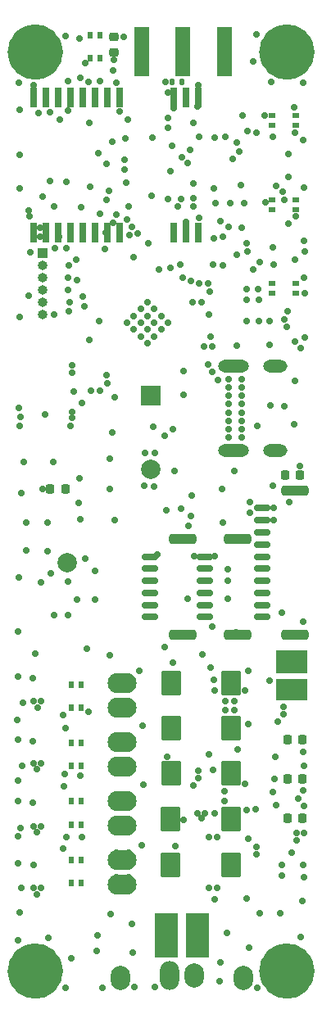
<source format=gbr>
%TF.GenerationSoftware,KiCad,Pcbnew,(6.0.1)*%
%TF.CreationDate,2022-09-22T22:29:04+02:00*%
%TF.ProjectId,kp-ptr,6b702d70-7472-42e6-9b69-6361645f7063,rev?*%
%TF.SameCoordinates,Original*%
%TF.FileFunction,Soldermask,Bot*%
%TF.FilePolarity,Negative*%
%FSLAX46Y46*%
G04 Gerber Fmt 4.6, Leading zero omitted, Abs format (unit mm)*
G04 Created by KiCad (PCBNEW (6.0.1)) date 2022-09-22 22:29:04*
%MOMM*%
%LPD*%
G01*
G04 APERTURE LIST*
G04 Aperture macros list*
%AMRoundRect*
0 Rectangle with rounded corners*
0 $1 Rounding radius*
0 $2 $3 $4 $5 $6 $7 $8 $9 X,Y pos of 4 corners*
0 Add a 4 corners polygon primitive as box body*
4,1,4,$2,$3,$4,$5,$6,$7,$8,$9,$2,$3,0*
0 Add four circle primitives for the rounded corners*
1,1,$1+$1,$2,$3*
1,1,$1+$1,$4,$5*
1,1,$1+$1,$6,$7*
1,1,$1+$1,$8,$9*
0 Add four rect primitives between the rounded corners*
20,1,$1+$1,$2,$3,$4,$5,0*
20,1,$1+$1,$4,$5,$6,$7,0*
20,1,$1+$1,$6,$7,$8,$9,0*
20,1,$1+$1,$8,$9,$2,$3,0*%
G04 Aperture macros list end*
%ADD10C,2.850000*%
%ADD11R,1.000000X1.000000*%
%ADD12O,1.000000X1.000000*%
%ADD13RoundRect,0.250000X0.787500X1.025000X-0.787500X1.025000X-0.787500X-1.025000X0.787500X-1.025000X0*%
%ADD14O,2.000000X2.500000*%
%ADD15O,2.000000X3.000000*%
%ADD16R,2.413000X4.572000*%
%ADD17R,0.800000X2.000000*%
%ADD18RoundRect,0.150000X0.700000X-0.150000X0.700000X0.150000X-0.700000X0.150000X-0.700000X-0.150000X0*%
%ADD19RoundRect,0.250000X1.150000X-0.250000X1.150000X0.250000X-1.150000X0.250000X-1.150000X-0.250000X0*%
%ADD20C,0.700000*%
%ADD21O,3.200000X1.300000*%
%ADD22O,2.500000X1.300000*%
%ADD23RoundRect,1.050000X0.450000X0.000000X0.450000X0.000000X-0.450000X0.000000X-0.450000X0.000000X0*%
%ADD24R,0.736600X0.609600*%
%ADD25R,1.500000X5.080000*%
%ADD26C,2.000000*%
%ADD27R,0.609600X0.736600*%
%ADD28RoundRect,0.218750X0.218750X0.256250X-0.218750X0.256250X-0.218750X-0.256250X0.218750X-0.256250X0*%
%ADD29RoundRect,0.218750X-0.256250X0.218750X-0.256250X-0.218750X0.256250X-0.218750X0.256250X0.218750X0*%
%ADD30RoundRect,0.218750X-0.218750X-0.256250X0.218750X-0.256250X0.218750X0.256250X-0.218750X0.256250X0*%
%ADD31R,2.000000X2.000000*%
%ADD32RoundRect,0.147500X-0.147500X-0.172500X0.147500X-0.172500X0.147500X0.172500X-0.147500X0.172500X0*%
%ADD33R,3.302000X2.286000*%
%ADD34R,3.302000X2.447000*%
%ADD35C,5.500000*%
G04 APERTURE END LIST*
D10*
X171025000Y-129600000D02*
G75*
G03*
X171025000Y-129600000I-1425000J0D01*
G01*
X171025000Y-34600000D02*
G75*
G03*
X171025000Y-34600000I-1425000J0D01*
G01*
X145025000Y-129600000D02*
G75*
G03*
X145025000Y-129600000I-1425000J0D01*
G01*
X145025000Y-34600000D02*
G75*
G03*
X145025000Y-34600000I-1425000J0D01*
G01*
D11*
%TO.C,J1*%
X144399000Y-55372000D03*
D12*
X144399000Y-56642000D03*
X144399000Y-57912000D03*
X144399000Y-59182000D03*
X144399000Y-60452000D03*
X144399000Y-61722000D03*
%TD*%
D13*
%TO.C,C38*%
X163792900Y-113893600D03*
X157567900Y-113893600D03*
%TD*%
D14*
%TO.C,J2*%
X165100000Y-130280800D03*
D15*
X157480000Y-130030800D03*
D14*
X152400000Y-130280800D03*
X160020000Y-130030800D03*
D16*
X160337500Y-125907800D03*
X157162500Y-125907800D03*
%TD*%
D13*
%TO.C,C59*%
X163843700Y-109169200D03*
X157618700Y-109169200D03*
%TD*%
D17*
%TO.C,IC2*%
X160434800Y-53278800D03*
X159164800Y-53278800D03*
X157894800Y-53278800D03*
X152324800Y-53278800D03*
X151054800Y-53278800D03*
X149784800Y-53278800D03*
X148514800Y-53278800D03*
X147244800Y-53278800D03*
X145974800Y-53278800D03*
X144704800Y-53278800D03*
X143434800Y-53278800D03*
X143434800Y-39278800D03*
X144704800Y-39278800D03*
X145974800Y-39278800D03*
X147244800Y-39278800D03*
X148514800Y-39278800D03*
X149784800Y-39278800D03*
X151054800Y-39278800D03*
X152324800Y-39278800D03*
X157894800Y-39278800D03*
X159164800Y-39278800D03*
X160434800Y-39278800D03*
%TD*%
D18*
%TO.C,J6*%
X167050000Y-93001000D03*
X167050000Y-91751000D03*
X167050000Y-90501000D03*
X167050000Y-89251000D03*
X167050000Y-88001000D03*
X167050000Y-86751000D03*
X167050000Y-85501000D03*
X167050000Y-84251000D03*
X167050000Y-83001000D03*
X167050000Y-81751000D03*
D19*
X170400000Y-79901000D03*
X170400000Y-94851000D03*
%TD*%
D13*
%TO.C,C66*%
X163792900Y-118618000D03*
X157567900Y-118618000D03*
%TD*%
D20*
%TO.C,J4*%
X163578000Y-68449800D03*
X163578000Y-69299800D03*
X163578000Y-70149800D03*
X163578000Y-70999800D03*
X163578000Y-71849800D03*
X163578000Y-72699800D03*
X163578000Y-73549800D03*
X163578000Y-74399800D03*
X164928000Y-74399800D03*
X164928000Y-73549800D03*
X164928000Y-72699800D03*
X164928000Y-71849800D03*
X164928000Y-70999800D03*
X164928000Y-70149800D03*
X164928000Y-69299800D03*
X164928000Y-68449800D03*
D21*
X164078000Y-75749800D03*
D22*
X168378000Y-75749800D03*
X168378000Y-67099800D03*
D21*
X164078000Y-67099800D03*
%TD*%
D23*
%TO.C,J12*%
X152600000Y-108474333D03*
X152600000Y-105934333D03*
%TD*%
D24*
%TO.C,D12*%
X170484800Y-41156001D03*
X170484800Y-42155999D03*
X168097200Y-42155999D03*
X168097200Y-41156001D03*
%TD*%
D25*
%TO.C,J5*%
X158877000Y-34594800D03*
X163127000Y-34594800D03*
X154627000Y-34594800D03*
%TD*%
D13*
%TO.C,C60*%
X163843700Y-104495600D03*
X157618700Y-104495600D03*
%TD*%
D26*
%TO.C,ANT1*%
X146928000Y-87376000D03*
%TD*%
D27*
%TO.C,D13*%
X149258401Y-32842200D03*
X150258399Y-32842200D03*
X150258399Y-35229800D03*
X149258401Y-35229800D03*
%TD*%
D18*
%TO.C,J9*%
X161150000Y-93001000D03*
X161150000Y-91751000D03*
X161150000Y-90501000D03*
X161150000Y-89251000D03*
X161150000Y-88001000D03*
X161150000Y-86751000D03*
D19*
X164500000Y-84901000D03*
X164500000Y-94851000D03*
%TD*%
D23*
%TO.C,J11*%
X152600000Y-114547666D03*
X152600000Y-112007666D03*
%TD*%
D28*
%TO.C,D7*%
X171221500Y-105714800D03*
X169646500Y-105714800D03*
%TD*%
D29*
%TO.C,D9*%
X151688800Y-33045300D03*
X151688800Y-34620300D03*
%TD*%
D30*
%TO.C,D1*%
X145135500Y-79756000D03*
X146710500Y-79756000D03*
%TD*%
D31*
%TO.C,LS1*%
X155575000Y-70114000D03*
D26*
X155575000Y-77714000D03*
%TD*%
D27*
%TO.C,D17*%
X148327999Y-108415666D03*
X147328001Y-108415666D03*
X147328001Y-106028066D03*
X148327999Y-106028066D03*
%TD*%
%TO.C,D16*%
X148327999Y-102387400D03*
X147328001Y-102387400D03*
X147328001Y-99999800D03*
X148327999Y-99999800D03*
%TD*%
D18*
%TO.C,J8*%
X155450000Y-93001000D03*
X155450000Y-91751000D03*
X155450000Y-90501000D03*
X155450000Y-89251000D03*
X155450000Y-88001000D03*
X155450000Y-86751000D03*
D19*
X158800000Y-84901000D03*
X158800000Y-94851000D03*
%TD*%
D23*
%TO.C,J13*%
X152600000Y-102401000D03*
X152600000Y-99861000D03*
%TD*%
D13*
%TO.C,C61*%
X163843700Y-99822000D03*
X157618700Y-99822000D03*
%TD*%
D32*
%TO.C,D8*%
X157757000Y-37693600D03*
X158727000Y-37693600D03*
%TD*%
D24*
%TO.C,D10*%
X170484800Y-58555001D03*
X170484800Y-59554999D03*
X168097200Y-59554999D03*
X168097200Y-58555001D03*
%TD*%
D23*
%TO.C,J10*%
X152600000Y-120620999D03*
X152600000Y-118080999D03*
%TD*%
D33*
%TO.C,J7*%
X170078400Y-100507800D03*
D34*
X170078400Y-97667300D03*
%TD*%
D27*
%TO.C,D18*%
X148327999Y-114443932D03*
X147328001Y-114443932D03*
X147328001Y-112056332D03*
X148327999Y-112056332D03*
%TD*%
D24*
%TO.C,D11*%
X170484800Y-49855501D03*
X170484800Y-50855499D03*
X168097200Y-50855499D03*
X168097200Y-49855501D03*
%TD*%
D28*
%TO.C,D5*%
X171221500Y-113842800D03*
X169646500Y-113842800D03*
%TD*%
%TO.C,D15*%
X170967500Y-78359000D03*
X169392500Y-78359000D03*
%TD*%
D27*
%TO.C,D19*%
X148327999Y-120472200D03*
X147328001Y-120472200D03*
X147328001Y-118084600D03*
X148327999Y-118084600D03*
%TD*%
D28*
%TO.C,D6*%
X171221500Y-109778800D03*
X169646500Y-109778800D03*
%TD*%
D35*
X143600000Y-34600000D03*
X169600000Y-34600000D03*
X169600000Y-129600000D03*
X143600000Y-129600000D03*
D20*
X170484800Y-51612800D03*
X164310000Y-94620000D03*
X147066000Y-61417200D03*
X155279900Y-54356000D03*
X148310000Y-50620000D03*
X144830800Y-83261200D03*
X163474400Y-91135200D03*
X171399200Y-48615600D03*
X166116000Y-35610800D03*
X155194000Y-63288614D03*
X146710400Y-32969200D03*
X165049200Y-41183100D03*
X154486893Y-62581507D03*
X168910000Y-123596400D03*
X143408400Y-37998400D03*
X142951200Y-59791600D03*
X157315321Y-62581507D03*
X145135600Y-40843200D03*
X171196000Y-122377200D03*
X169113200Y-92557600D03*
X155901107Y-62581507D03*
X142036800Y-72288400D03*
X151638000Y-52222400D03*
X168148000Y-111099600D03*
X141986000Y-73253600D03*
X162610800Y-130657600D03*
X167792400Y-99542600D03*
X170789600Y-111760000D03*
X150317200Y-69596000D03*
X164185600Y-101701600D03*
X143052800Y-55321200D03*
X165709600Y-127203200D03*
X153263600Y-119938800D03*
X161900000Y-94030000D03*
X144068800Y-53695600D03*
X171297600Y-37795200D03*
X156608214Y-61874400D03*
X169214800Y-103022400D03*
X158750000Y-84886800D03*
X141935200Y-71424800D03*
X171450000Y-64109600D03*
X165620000Y-98520000D03*
X154790000Y-110300000D03*
X156972000Y-96113600D03*
X163626800Y-84886800D03*
X149230000Y-48530000D03*
X144390000Y-49500000D03*
X155901107Y-61167293D03*
X162001200Y-108839000D03*
X151536400Y-73964800D03*
X153072680Y-62581507D03*
X158920000Y-113960000D03*
X168452800Y-48412400D03*
X147574000Y-69697600D03*
X154584400Y-32766000D03*
X148437600Y-115773200D03*
X142392400Y-76962000D03*
X169824400Y-81127600D03*
X168198800Y-56540400D03*
X141833600Y-126441200D03*
X166624000Y-59131200D03*
X164515800Y-106730800D03*
X155194000Y-64702827D03*
X142646400Y-83261200D03*
X164031367Y-45671367D03*
X151942800Y-101752400D03*
X159308800Y-91135200D03*
X147828000Y-56083200D03*
X156946600Y-117729000D03*
X163017200Y-83210400D03*
X165150800Y-50190400D03*
X168249600Y-82956400D03*
X153822400Y-131267200D03*
X143637000Y-96824800D03*
X147370800Y-66954400D03*
X154584400Y-116636800D03*
X168960800Y-98399600D03*
X166344600Y-112852200D03*
X162763200Y-52120800D03*
X159156400Y-52171600D03*
X171246800Y-97028000D03*
X170129200Y-117348000D03*
X162153600Y-122224800D03*
X171450000Y-55219600D03*
X165404800Y-59131200D03*
X171297600Y-79908400D03*
X141808200Y-99187000D03*
X167792400Y-62433200D03*
X148539200Y-59893200D03*
X153779787Y-63288614D03*
X159664400Y-82600800D03*
X149148800Y-41960800D03*
X163271200Y-102616000D03*
X163118800Y-34645600D03*
X150571200Y-131368800D03*
X147320000Y-128270000D03*
X157581600Y-46939200D03*
X145542000Y-92811600D03*
X157700000Y-99790000D03*
X166674800Y-60198000D03*
X141808200Y-112064800D03*
X165404800Y-60198000D03*
X141782800Y-94488000D03*
X171450000Y-59540000D03*
X151333200Y-79756000D03*
X156362400Y-127812800D03*
X151942800Y-115214400D03*
X155194000Y-61874400D03*
X167894000Y-71170800D03*
X155600400Y-49428400D03*
X149199600Y-64363600D03*
X164388800Y-64973200D03*
X165430200Y-112953800D03*
X162052000Y-53848000D03*
X170942000Y-77419200D03*
X163195000Y-111988600D03*
X170992800Y-126085600D03*
X160350200Y-113334800D03*
X164920000Y-52790000D03*
X148793200Y-86969600D03*
X170992800Y-65176400D03*
X147370800Y-67716400D03*
X151942800Y-113893600D03*
X148285200Y-82905600D03*
X142138400Y-80213200D03*
X150044000Y-125918000D03*
X154380000Y-98540000D03*
X164439600Y-55524400D03*
X144221200Y-89458800D03*
X169214800Y-102260400D03*
X153263600Y-115214400D03*
X141808200Y-118465600D03*
X141986000Y-61976000D03*
X145491200Y-76962000D03*
X165608000Y-115925600D03*
X169570400Y-79908400D03*
X148132800Y-78638400D03*
X157886400Y-53797200D03*
X163372800Y-125679200D03*
X157073600Y-37693600D03*
X171246800Y-93522800D03*
X160050000Y-86750000D03*
X157700000Y-100679000D03*
X170434000Y-68580000D03*
X156972000Y-74269600D03*
X165608000Y-104089200D03*
X154584400Y-36474400D03*
X168656000Y-103835200D03*
X155770000Y-73355200D03*
X144983200Y-126187200D03*
X144322800Y-79756000D03*
X166827200Y-123596400D03*
X155956000Y-131267200D03*
X171348400Y-119888000D03*
X145135600Y-47904400D03*
X148082000Y-81178400D03*
X162763200Y-128727200D03*
X147929600Y-58166000D03*
X157886400Y-40436800D03*
X149098000Y-37693600D03*
X145643600Y-54864000D03*
X157988000Y-124002800D03*
X150774400Y-54965600D03*
X151790400Y-82956400D03*
X159715200Y-84886800D03*
X162052000Y-48666400D03*
X164795200Y-84886800D03*
X156362400Y-124002800D03*
X144830800Y-86207600D03*
X168148000Y-54813200D03*
X153619200Y-124764800D03*
X169113200Y-119735600D03*
X150215600Y-62433200D03*
X146964400Y-89357200D03*
X157190000Y-110080000D03*
X141833600Y-109880400D03*
X149910800Y-127558800D03*
X151942800Y-103073200D03*
X157200000Y-108730000D03*
X165760400Y-81127600D03*
X142646400Y-86156800D03*
X161696400Y-64008000D03*
X169113200Y-118618000D03*
X158000000Y-77900000D03*
X156190000Y-86580000D03*
X162915600Y-79756000D03*
X141884400Y-37795200D03*
X171196000Y-94843600D03*
X171246800Y-98399600D03*
X161112200Y-113334800D03*
X159461200Y-83616800D03*
X163271200Y-101701600D03*
X153263600Y-107797600D03*
X161569400Y-107238800D03*
X157175200Y-124612400D03*
X141986000Y-45212000D03*
X169926000Y-94843600D03*
X165404800Y-62433200D03*
X171297600Y-118668800D03*
X157683200Y-104495600D03*
X171348400Y-54102000D03*
X141986000Y-123545600D03*
X149126538Y-102831357D03*
X165760400Y-82245200D03*
X163169600Y-111023400D03*
X170332400Y-73050400D03*
X160756600Y-113824550D03*
X146710400Y-131318000D03*
X157988000Y-127812800D03*
X153263600Y-101752400D03*
X153263600Y-121259600D03*
X145237200Y-88493600D03*
X167944800Y-37693600D03*
X151942800Y-51409600D03*
X153670000Y-127660400D03*
X156946600Y-118618000D03*
X154486893Y-61167293D03*
X149758400Y-88239600D03*
X161950400Y-56591200D03*
X144068800Y-52730400D03*
X168402000Y-107492800D03*
X168910000Y-97028000D03*
X141884400Y-88950800D03*
X141732000Y-103682800D03*
X157700000Y-98901000D03*
X160426400Y-37998400D03*
X153263600Y-103073200D03*
X157734000Y-94742000D03*
X170434000Y-42976800D03*
X165455600Y-122123200D03*
X160324800Y-40233600D03*
X171348400Y-108407200D03*
X162100000Y-86750000D03*
X165455600Y-54356000D03*
X141986000Y-40589200D03*
X171400000Y-57960000D03*
X163118800Y-32766000D03*
X166674800Y-62433200D03*
X171297600Y-43738800D03*
X162255200Y-50241200D03*
X158902400Y-70053200D03*
X151282400Y-96926400D03*
X168249600Y-81737200D03*
X141833600Y-115671600D03*
X166573200Y-131368800D03*
X166420800Y-42926000D03*
X146964400Y-92811600D03*
X154730000Y-104220000D03*
X156946600Y-119507000D03*
X141808200Y-105714800D03*
X157190000Y-107460000D03*
X162102800Y-113284000D03*
X163118800Y-36525200D03*
X164185600Y-102616000D03*
X154486893Y-63995721D03*
X153263600Y-109118400D03*
X156608214Y-63288614D03*
X169773600Y-45161200D03*
X166471600Y-32766000D03*
X148234400Y-109423200D03*
X151942800Y-107797600D03*
X153263600Y-113893600D03*
X153779787Y-61874400D03*
X166522400Y-73253600D03*
X151942800Y-109118400D03*
X151942800Y-121259600D03*
X141986000Y-48666400D03*
X157226000Y-127101600D03*
X164840000Y-48380000D03*
X148894800Y-96266000D03*
X155901107Y-63995721D03*
X154584400Y-34620200D03*
X150894340Y-53278800D03*
X151942800Y-119938800D03*
X159332711Y-46099845D03*
X149758400Y-91186000D03*
X151333200Y-76657200D03*
X151384000Y-123748800D03*
X155194000Y-60460187D03*
X157683200Y-103733600D03*
X157276800Y-38760400D03*
X148742400Y-35712400D03*
X169367200Y-49885600D03*
X163017200Y-53695600D03*
X148643832Y-60881982D03*
X142963700Y-51562000D03*
X163779200Y-50241200D03*
X169773600Y-47498000D03*
X160528000Y-51779298D03*
X169773600Y-52374800D03*
X166116000Y-57048400D03*
X142087600Y-114808000D03*
X159918400Y-110413800D03*
X155702000Y-43434000D03*
X158930337Y-67531933D03*
X157175200Y-81991200D03*
X147374011Y-72418472D03*
X163525200Y-88036400D03*
X167284400Y-41183100D03*
X159918400Y-48209200D03*
X170398900Y-56083200D03*
X165564312Y-55198518D03*
X153162000Y-41554400D03*
X160477200Y-108915100D03*
X157276800Y-41427400D03*
X166776400Y-56337200D03*
X142189200Y-121005600D03*
X142951200Y-50952400D03*
X157548716Y-56901185D03*
X149369383Y-69596000D03*
X163220400Y-43383200D03*
X168183100Y-43383200D03*
X148437600Y-70916800D03*
X168351115Y-109771764D03*
X153787300Y-55829200D03*
X142240000Y-108407200D03*
X159766000Y-80416400D03*
X142290800Y-101854000D03*
X163525200Y-89255600D03*
X158699200Y-81838800D03*
X157353167Y-49809567D03*
X162153600Y-100634800D03*
X160477200Y-109677200D03*
X167386000Y-50139600D03*
X147380000Y-71790000D03*
X164388800Y-43942000D03*
X147116800Y-60452000D03*
X150977600Y-67970400D03*
X164465000Y-108280200D03*
X164465000Y-110058200D03*
X164388800Y-119532400D03*
X164388800Y-112979200D03*
X164388800Y-117754400D03*
X164388800Y-118643400D03*
X161544000Y-115747800D03*
X165303200Y-100609400D03*
X162407600Y-115747800D03*
X164388800Y-113868200D03*
X164439600Y-104648000D03*
X164439600Y-105384600D03*
X164490400Y-98882200D03*
X164525651Y-99693964D03*
X164388800Y-114757200D03*
X165277800Y-110210600D03*
X168452800Y-112471200D03*
X164465000Y-109169200D03*
X152857200Y-45770800D03*
X159918400Y-50596800D03*
X159613600Y-44704000D03*
X150130000Y-45050000D03*
X158292800Y-50546000D03*
X164693600Y-44907200D03*
X150926800Y-46126400D03*
X159918400Y-49682400D03*
X158750000Y-45481700D03*
X158699200Y-49784000D03*
X152806400Y-46736000D03*
X157734000Y-44297600D03*
X160553567Y-43357967D03*
X153009600Y-48107600D03*
X152349200Y-40741600D03*
X164134800Y-77876400D03*
X169367200Y-71221600D03*
X154910000Y-76020000D03*
X154900000Y-79430000D03*
X157835600Y-73609200D03*
X153568400Y-52679600D03*
X160550000Y-58540000D03*
X167843200Y-64871600D03*
X153263600Y-50581100D03*
X159696297Y-58247987D03*
X161493200Y-58521600D03*
X159816800Y-60452000D03*
X165506400Y-42789300D03*
X162966400Y-56692800D03*
X144590000Y-72030000D03*
X147878800Y-91186000D03*
X146812000Y-48006000D03*
X156378100Y-57048400D03*
X146151600Y-41554400D03*
X158553310Y-56591360D03*
X162102800Y-43434000D03*
X146964400Y-40690800D03*
X151841200Y-70307200D03*
X145542000Y-61772800D03*
X150266400Y-37642800D03*
X145542000Y-50596800D03*
X150977600Y-49885600D03*
X151993600Y-37744400D03*
X146050000Y-53695600D03*
X146964400Y-37642800D03*
X145999200Y-52628800D03*
X147218400Y-73253600D03*
X170586400Y-116078000D03*
X171348400Y-115316000D03*
X170586400Y-115366800D03*
X157276800Y-42418000D03*
X153314400Y-53543200D03*
X147066000Y-56692800D03*
X152908000Y-43535600D03*
X147015200Y-57912000D03*
X154195558Y-53322458D03*
X151180800Y-48971200D03*
X151536400Y-43840400D03*
X155657000Y-91751000D03*
X155657000Y-90501000D03*
X155657000Y-89251000D03*
X161245000Y-89251000D03*
X161245000Y-88001000D03*
X155657000Y-88001000D03*
X162458400Y-68529200D03*
X153111200Y-51917600D03*
X161426700Y-66903600D03*
X161036000Y-65059100D03*
X161899600Y-67665600D03*
X161885503Y-65059100D03*
X171348400Y-112572800D03*
X171246800Y-110947200D03*
X171246800Y-106934000D03*
X151688800Y-35407600D03*
X151075900Y-68884800D03*
X147015200Y-59182000D03*
X169164000Y-49022000D03*
X158800800Y-57947100D03*
X159918400Y-41960800D03*
X163576000Y-52679600D03*
X143408400Y-108102400D03*
X168910000Y-101142800D03*
X161544000Y-121031000D03*
X160324800Y-124714000D03*
X143814800Y-102362000D03*
X161188400Y-124002800D03*
X144170400Y-108102400D03*
X143764000Y-115265200D03*
X159512000Y-127812800D03*
X166471600Y-116738400D03*
X168910000Y-99872800D03*
X162407600Y-121031000D03*
X166471600Y-117525800D03*
X144170400Y-121005600D03*
X159512000Y-124002800D03*
X143764000Y-108762800D03*
X143764000Y-121666000D03*
X158110000Y-116700000D03*
X160324800Y-127050800D03*
X143459200Y-101701600D03*
X171246800Y-99872800D03*
X143408400Y-121005600D03*
X161188400Y-127812800D03*
X171246800Y-101142800D03*
X143408400Y-114655600D03*
X144221200Y-101701600D03*
X144170400Y-114655600D03*
X151942800Y-117398800D03*
X151942800Y-118719600D03*
X153263600Y-117398800D03*
X153263600Y-118719600D03*
X153263600Y-111353600D03*
X153263600Y-112674400D03*
X151942800Y-112674400D03*
X151942800Y-111353600D03*
X153263600Y-105257600D03*
X151942800Y-105257600D03*
X151942800Y-106578400D03*
X153263600Y-106578400D03*
X151942800Y-100533200D03*
X153263600Y-100533200D03*
X153263600Y-99212400D03*
X151942800Y-99212400D03*
X143408400Y-118618000D03*
X162052000Y-99517200D03*
X161747200Y-98247200D03*
X143357600Y-112217200D03*
X160883600Y-96875600D03*
X143332200Y-105867200D03*
X152704800Y-33020000D03*
X170434000Y-64516000D03*
X170383200Y-40335200D03*
X151638000Y-36474400D03*
X148132800Y-33172400D03*
X143967200Y-40944800D03*
X168148000Y-79451200D03*
X161544000Y-61772800D03*
X169316400Y-62230000D03*
X169602119Y-63030012D03*
X161645600Y-59385200D03*
X169672000Y-61417200D03*
X160782000Y-60471389D03*
X150270000Y-51330000D03*
X146820000Y-54860000D03*
X148275100Y-37236400D03*
X167214000Y-89251000D03*
X167214000Y-88001000D03*
X167214000Y-86751000D03*
X167214000Y-85501000D03*
X167214000Y-84251000D03*
X157784800Y-97688400D03*
X143306800Y-99314000D03*
X155905200Y-79502000D03*
X155920000Y-76047600D03*
X146699353Y-104448916D03*
X146456400Y-103174800D03*
X146558000Y-110540800D03*
X146608800Y-109220000D03*
X146507200Y-116941600D03*
X146812000Y-115722400D03*
M02*

</source>
